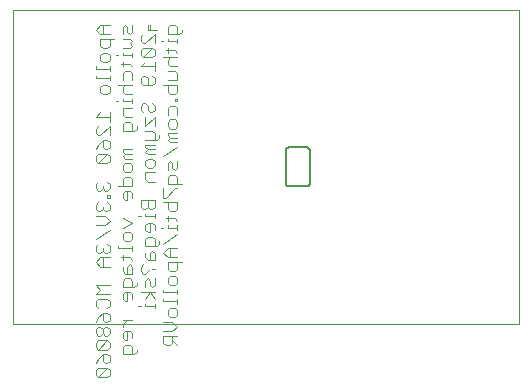
<source format=gbo>
G75*
%MOIN*%
%OFA0B0*%
%FSLAX25Y25*%
%IPPOS*%
%LPD*%
%AMOC8*
5,1,8,0,0,1.08239X$1,22.5*
%
%ADD10C,0.00000*%
%ADD11C,0.00400*%
%ADD12C,0.00600*%
D10*
X0001500Y0021602D02*
X0001500Y0126562D01*
X0170201Y0126562D01*
X0170201Y0021602D01*
X0001500Y0021602D01*
D11*
X0029196Y0022417D02*
X0029963Y0023952D01*
X0031498Y0025487D01*
X0031498Y0023185D01*
X0032265Y0022417D01*
X0033033Y0022417D01*
X0033800Y0023185D01*
X0033800Y0024719D01*
X0033033Y0025487D01*
X0031498Y0025487D01*
X0029963Y0027021D02*
X0029196Y0027789D01*
X0029196Y0029323D01*
X0029963Y0030090D01*
X0033033Y0030090D01*
X0033800Y0029323D01*
X0033800Y0027789D01*
X0033033Y0027021D01*
X0033800Y0031625D02*
X0029196Y0031625D01*
X0030731Y0033160D01*
X0029196Y0034694D01*
X0033800Y0034694D01*
X0038231Y0033927D02*
X0038231Y0036229D01*
X0038998Y0036996D01*
X0040533Y0036996D01*
X0041300Y0036229D01*
X0041300Y0033927D01*
X0042067Y0033927D02*
X0042835Y0034694D01*
X0042835Y0035462D01*
X0042067Y0033927D02*
X0038231Y0033927D01*
X0038998Y0032392D02*
X0038231Y0031625D01*
X0038231Y0030090D01*
X0038998Y0029323D01*
X0039765Y0029323D01*
X0039765Y0032392D01*
X0038998Y0032392D02*
X0040533Y0032392D01*
X0041300Y0031625D01*
X0041300Y0030090D01*
X0043429Y0027789D02*
X0044196Y0027789D01*
X0045731Y0027789D02*
X0045731Y0028556D01*
X0045731Y0027789D02*
X0048800Y0027789D01*
X0048800Y0028556D02*
X0048800Y0027021D01*
X0051696Y0029323D02*
X0056300Y0029323D01*
X0056300Y0030090D02*
X0056300Y0028556D01*
X0055533Y0027021D02*
X0053998Y0027021D01*
X0053231Y0026254D01*
X0053231Y0024719D01*
X0053998Y0023952D01*
X0055533Y0023952D01*
X0056300Y0024719D01*
X0056300Y0026254D01*
X0055533Y0027021D01*
X0051696Y0029323D02*
X0051696Y0030090D01*
X0048800Y0030090D02*
X0047265Y0032392D01*
X0045731Y0030090D01*
X0044196Y0032392D02*
X0048800Y0032392D01*
X0048033Y0033927D02*
X0047265Y0034694D01*
X0047265Y0036229D01*
X0046498Y0036996D01*
X0045731Y0036229D01*
X0045731Y0033927D01*
X0048033Y0033927D02*
X0048800Y0034694D01*
X0048800Y0036996D01*
X0045731Y0038531D02*
X0047265Y0040066D01*
X0048033Y0040066D02*
X0048800Y0040066D01*
X0048800Y0043135D02*
X0046498Y0043135D01*
X0045731Y0043902D01*
X0045731Y0045437D01*
X0047265Y0045437D02*
X0048033Y0046204D01*
X0048800Y0045437D01*
X0048800Y0043135D01*
X0047265Y0043135D02*
X0047265Y0045437D01*
X0045731Y0047739D02*
X0045731Y0050041D01*
X0046498Y0050808D01*
X0048033Y0050808D01*
X0048800Y0050041D01*
X0048800Y0047739D01*
X0049567Y0047739D02*
X0045731Y0047739D01*
X0049567Y0047739D02*
X0050335Y0048506D01*
X0050335Y0049273D01*
X0051696Y0048506D02*
X0056300Y0051575D01*
X0056300Y0053110D02*
X0056300Y0054645D01*
X0056300Y0053877D02*
X0053231Y0053877D01*
X0053231Y0054645D01*
X0053231Y0056179D02*
X0053231Y0057714D01*
X0052463Y0056947D02*
X0055533Y0056947D01*
X0056300Y0056179D01*
X0055533Y0059249D02*
X0053998Y0059249D01*
X0053231Y0060016D01*
X0053231Y0062318D01*
X0051696Y0062318D02*
X0056300Y0062318D01*
X0056300Y0060016D01*
X0055533Y0059249D01*
X0052463Y0063853D02*
X0051696Y0063853D01*
X0051696Y0066922D01*
X0053231Y0068457D02*
X0053231Y0070758D01*
X0053998Y0071526D01*
X0055533Y0071526D01*
X0056300Y0070758D01*
X0056300Y0068457D01*
X0057835Y0068457D02*
X0053231Y0068457D01*
X0055533Y0066922D02*
X0056300Y0066922D01*
X0055533Y0066922D02*
X0052463Y0063853D01*
X0048800Y0063085D02*
X0048800Y0060783D01*
X0048033Y0060016D01*
X0047265Y0060016D01*
X0046498Y0060783D01*
X0046498Y0063085D01*
X0044196Y0063085D02*
X0044196Y0060783D01*
X0044963Y0060016D01*
X0045731Y0060016D01*
X0046498Y0060783D01*
X0045731Y0058481D02*
X0045731Y0057714D01*
X0048800Y0057714D01*
X0048800Y0058481D02*
X0048800Y0056947D01*
X0048033Y0055412D02*
X0046498Y0055412D01*
X0045731Y0054645D01*
X0045731Y0053110D01*
X0046498Y0052343D01*
X0047265Y0052343D01*
X0047265Y0055412D01*
X0048033Y0055412D02*
X0048800Y0054645D01*
X0048800Y0053110D01*
X0050929Y0053877D02*
X0051696Y0053877D01*
X0044196Y0057714D02*
X0043429Y0057714D01*
X0041300Y0055412D02*
X0038231Y0053877D01*
X0038231Y0056947D02*
X0041300Y0055412D01*
X0040533Y0052343D02*
X0038998Y0052343D01*
X0038231Y0051575D01*
X0038231Y0050041D01*
X0038998Y0049273D01*
X0040533Y0049273D01*
X0041300Y0050041D01*
X0041300Y0051575D01*
X0040533Y0052343D01*
X0041300Y0047739D02*
X0041300Y0046204D01*
X0041300Y0046972D02*
X0036696Y0046972D01*
X0036696Y0047739D01*
X0033800Y0047739D02*
X0033800Y0046204D01*
X0033033Y0045437D01*
X0032265Y0045437D01*
X0031498Y0046204D01*
X0031498Y0046972D01*
X0031498Y0046204D02*
X0030731Y0045437D01*
X0029963Y0045437D01*
X0029196Y0046204D01*
X0029196Y0047739D01*
X0029963Y0048506D01*
X0029196Y0050041D02*
X0033800Y0053110D01*
X0032265Y0054645D02*
X0029196Y0054645D01*
X0032265Y0054645D02*
X0033800Y0056179D01*
X0032265Y0057714D01*
X0029196Y0057714D01*
X0029963Y0059249D02*
X0029196Y0060016D01*
X0029196Y0061551D01*
X0029963Y0062318D01*
X0031498Y0060783D02*
X0031498Y0060016D01*
X0032265Y0059249D01*
X0033033Y0059249D01*
X0033800Y0060016D01*
X0033800Y0061551D01*
X0033033Y0062318D01*
X0033033Y0063853D02*
X0033800Y0063853D01*
X0033800Y0064620D01*
X0033033Y0064620D01*
X0033033Y0063853D01*
X0033033Y0066155D02*
X0032265Y0066155D01*
X0031498Y0066922D01*
X0031498Y0067689D01*
X0031498Y0066922D02*
X0030731Y0066155D01*
X0029963Y0066155D01*
X0029196Y0066922D01*
X0029196Y0068457D01*
X0029963Y0069224D01*
X0033033Y0069224D02*
X0033800Y0068457D01*
X0033800Y0066922D01*
X0033033Y0066155D01*
X0036696Y0067689D02*
X0041300Y0067689D01*
X0041300Y0069991D01*
X0040533Y0070758D01*
X0038998Y0070758D01*
X0038231Y0069991D01*
X0038231Y0067689D01*
X0038998Y0066155D02*
X0038231Y0065387D01*
X0038231Y0063853D01*
X0038998Y0063085D01*
X0039765Y0063085D01*
X0039765Y0066155D01*
X0038998Y0066155D02*
X0040533Y0066155D01*
X0041300Y0065387D01*
X0041300Y0063853D01*
X0044196Y0063085D02*
X0048800Y0063085D01*
X0048800Y0069224D02*
X0046498Y0069224D01*
X0045731Y0069991D01*
X0045731Y0072293D01*
X0048800Y0072293D01*
X0048033Y0073828D02*
X0046498Y0073828D01*
X0045731Y0074595D01*
X0045731Y0076130D01*
X0046498Y0076897D01*
X0048033Y0076897D01*
X0048800Y0076130D01*
X0048800Y0074595D01*
X0048033Y0073828D01*
X0053231Y0073060D02*
X0053231Y0075362D01*
X0053998Y0076130D01*
X0054765Y0075362D01*
X0054765Y0073828D01*
X0055533Y0073060D01*
X0056300Y0073828D01*
X0056300Y0076130D01*
X0056300Y0080734D02*
X0051696Y0077664D01*
X0048800Y0078432D02*
X0046498Y0078432D01*
X0045731Y0079199D01*
X0046498Y0079966D01*
X0048800Y0079966D01*
X0048800Y0081501D02*
X0045731Y0081501D01*
X0045731Y0080734D01*
X0046498Y0079966D01*
X0045731Y0083036D02*
X0049567Y0083036D01*
X0050335Y0083803D01*
X0050335Y0084570D01*
X0048800Y0085338D02*
X0048800Y0083036D01*
X0048800Y0085338D02*
X0048033Y0086105D01*
X0045731Y0086105D01*
X0045731Y0087640D02*
X0048800Y0090709D01*
X0048800Y0087640D01*
X0045731Y0087640D02*
X0045731Y0090709D01*
X0044963Y0092243D02*
X0044196Y0093011D01*
X0044196Y0094545D01*
X0044963Y0095313D01*
X0045731Y0095313D01*
X0046498Y0094545D01*
X0046498Y0093011D01*
X0047265Y0092243D01*
X0048033Y0092243D01*
X0048800Y0093011D01*
X0048800Y0094545D01*
X0048033Y0095313D01*
X0053231Y0093778D02*
X0053231Y0091476D01*
X0053998Y0089941D02*
X0055533Y0089941D01*
X0056300Y0089174D01*
X0056300Y0087640D01*
X0055533Y0086872D01*
X0053998Y0086872D01*
X0053231Y0087640D01*
X0053231Y0089174D01*
X0053998Y0089941D01*
X0056300Y0091476D02*
X0056300Y0093778D01*
X0055533Y0094545D01*
X0053998Y0094545D01*
X0053231Y0093778D01*
X0055533Y0096080D02*
X0056300Y0096080D01*
X0056300Y0096847D01*
X0055533Y0096847D01*
X0055533Y0096080D01*
X0055533Y0098382D02*
X0053998Y0098382D01*
X0053231Y0099149D01*
X0053231Y0101451D01*
X0051696Y0101451D02*
X0056300Y0101451D01*
X0056300Y0099149D01*
X0055533Y0098382D01*
X0056300Y0102986D02*
X0053231Y0102986D01*
X0056300Y0102986D02*
X0056300Y0105288D01*
X0055533Y0106055D01*
X0053231Y0106055D01*
X0053998Y0107590D02*
X0056300Y0107590D01*
X0053998Y0107590D02*
X0053231Y0108357D01*
X0053231Y0109892D01*
X0053998Y0110659D01*
X0053231Y0112194D02*
X0053231Y0113728D01*
X0052463Y0112961D02*
X0055533Y0112961D01*
X0056300Y0112194D01*
X0056300Y0110659D02*
X0051696Y0110659D01*
X0048800Y0111426D02*
X0048800Y0112961D01*
X0048033Y0113728D01*
X0044963Y0110659D01*
X0048033Y0110659D01*
X0048800Y0111426D01*
X0048800Y0109125D02*
X0048800Y0106055D01*
X0048800Y0107590D02*
X0044196Y0107590D01*
X0045731Y0109125D01*
X0044963Y0110659D02*
X0044196Y0111426D01*
X0044196Y0112961D01*
X0044963Y0113728D01*
X0048033Y0113728D01*
X0048800Y0115263D02*
X0048800Y0118332D01*
X0045731Y0115263D01*
X0044963Y0115263D01*
X0044196Y0116030D01*
X0044196Y0117565D01*
X0044963Y0118332D01*
X0046498Y0119867D02*
X0049567Y0119867D01*
X0047265Y0119867D02*
X0047265Y0121402D01*
X0046498Y0121402D02*
X0046498Y0119867D01*
X0041300Y0119100D02*
X0040533Y0118332D01*
X0039765Y0119100D01*
X0039765Y0120634D01*
X0038998Y0121402D01*
X0038231Y0120634D01*
X0038231Y0118332D01*
X0038231Y0116798D02*
X0040533Y0116798D01*
X0041300Y0116030D01*
X0040533Y0115263D01*
X0041300Y0114496D01*
X0040533Y0113728D01*
X0038231Y0113728D01*
X0038231Y0112194D02*
X0038231Y0111426D01*
X0041300Y0111426D01*
X0041300Y0110659D02*
X0041300Y0112194D01*
X0038231Y0109125D02*
X0038231Y0107590D01*
X0037463Y0108357D02*
X0040533Y0108357D01*
X0041300Y0107590D01*
X0040533Y0106055D02*
X0038998Y0106055D01*
X0038231Y0105288D01*
X0038231Y0102986D01*
X0038998Y0101451D02*
X0038231Y0100684D01*
X0038231Y0099149D01*
X0038998Y0098382D01*
X0041300Y0098382D01*
X0041300Y0096847D02*
X0041300Y0095313D01*
X0041300Y0096080D02*
X0038231Y0096080D01*
X0038231Y0096847D01*
X0036696Y0096080D02*
X0035929Y0096080D01*
X0033033Y0098382D02*
X0031498Y0098382D01*
X0030731Y0099149D01*
X0030731Y0100684D01*
X0031498Y0101451D01*
X0033033Y0101451D01*
X0033800Y0100684D01*
X0033800Y0099149D01*
X0033033Y0098382D01*
X0036696Y0101451D02*
X0041300Y0101451D01*
X0041300Y0102986D02*
X0041300Y0105288D01*
X0040533Y0106055D01*
X0044196Y0103753D02*
X0044963Y0104521D01*
X0045731Y0104521D01*
X0046498Y0103753D01*
X0046498Y0101451D01*
X0044963Y0101451D02*
X0044196Y0102219D01*
X0044196Y0103753D01*
X0044963Y0101451D02*
X0048033Y0101451D01*
X0048800Y0102219D01*
X0048800Y0103753D01*
X0048033Y0104521D01*
X0036696Y0111426D02*
X0035929Y0111426D01*
X0033800Y0111426D02*
X0033800Y0109892D01*
X0033033Y0109125D01*
X0031498Y0109125D01*
X0030731Y0109892D01*
X0030731Y0111426D01*
X0031498Y0112194D01*
X0033033Y0112194D01*
X0033800Y0111426D01*
X0033033Y0113728D02*
X0031498Y0113728D01*
X0030731Y0114496D01*
X0030731Y0116798D01*
X0035335Y0116798D01*
X0033800Y0116798D02*
X0033800Y0114496D01*
X0033033Y0113728D01*
X0033800Y0118332D02*
X0030731Y0118332D01*
X0029196Y0119867D01*
X0030731Y0121402D01*
X0033800Y0121402D01*
X0031498Y0121402D02*
X0031498Y0118332D01*
X0041300Y0119100D02*
X0041300Y0121402D01*
X0050929Y0116030D02*
X0051696Y0116030D01*
X0053231Y0116030D02*
X0053231Y0116798D01*
X0053231Y0116030D02*
X0056300Y0116030D01*
X0056300Y0115263D02*
X0056300Y0116798D01*
X0056300Y0118332D02*
X0056300Y0120634D01*
X0055533Y0121402D01*
X0053998Y0121402D01*
X0053231Y0120634D01*
X0053231Y0118332D01*
X0057067Y0118332D01*
X0057835Y0119100D01*
X0057835Y0119867D01*
X0033800Y0107590D02*
X0033800Y0106055D01*
X0033800Y0106823D02*
X0029196Y0106823D01*
X0029196Y0107590D01*
X0029196Y0104521D02*
X0029196Y0103753D01*
X0033800Y0103753D01*
X0033800Y0102986D02*
X0033800Y0104521D01*
X0038231Y0093778D02*
X0038231Y0091476D01*
X0038998Y0090709D01*
X0041300Y0090709D01*
X0040533Y0089174D02*
X0038998Y0089174D01*
X0038231Y0088407D01*
X0038231Y0086105D01*
X0042067Y0086105D01*
X0042835Y0086872D01*
X0042835Y0087640D01*
X0041300Y0088407D02*
X0041300Y0086105D01*
X0041300Y0088407D02*
X0040533Y0089174D01*
X0041300Y0093778D02*
X0038231Y0093778D01*
X0033800Y0092243D02*
X0033800Y0089174D01*
X0033800Y0087640D02*
X0030731Y0084570D01*
X0029963Y0084570D01*
X0029196Y0085338D01*
X0029196Y0086872D01*
X0029963Y0087640D01*
X0029196Y0090709D02*
X0033800Y0090709D01*
X0033800Y0087640D02*
X0033800Y0084570D01*
X0033033Y0083036D02*
X0031498Y0083036D01*
X0031498Y0080734D01*
X0032265Y0079966D01*
X0033033Y0079966D01*
X0033800Y0080734D01*
X0033800Y0082268D01*
X0033033Y0083036D01*
X0031498Y0083036D02*
X0029963Y0081501D01*
X0029196Y0079966D01*
X0029963Y0078432D02*
X0029196Y0077664D01*
X0029196Y0076130D01*
X0029963Y0075362D01*
X0033033Y0078432D01*
X0033800Y0077664D01*
X0033800Y0076130D01*
X0033033Y0075362D01*
X0029963Y0075362D01*
X0029963Y0078432D02*
X0033033Y0078432D01*
X0038231Y0079199D02*
X0038998Y0078432D01*
X0038231Y0077664D01*
X0038998Y0076897D01*
X0041300Y0076897D01*
X0041300Y0078432D02*
X0038998Y0078432D01*
X0038231Y0079199D02*
X0038231Y0079966D01*
X0041300Y0079966D01*
X0040533Y0075362D02*
X0038998Y0075362D01*
X0038231Y0074595D01*
X0038231Y0073060D01*
X0038998Y0072293D01*
X0040533Y0072293D01*
X0041300Y0073060D01*
X0041300Y0074595D01*
X0040533Y0075362D01*
X0053231Y0083036D02*
X0053998Y0082268D01*
X0056300Y0082268D01*
X0056300Y0083803D02*
X0053998Y0083803D01*
X0053231Y0083036D01*
X0053998Y0083803D02*
X0053231Y0084570D01*
X0053231Y0085338D01*
X0056300Y0085338D01*
X0030731Y0092243D02*
X0029196Y0090709D01*
X0031498Y0060016D02*
X0030731Y0059249D01*
X0029963Y0059249D01*
X0033033Y0048506D02*
X0033800Y0047739D01*
X0033800Y0043902D02*
X0030731Y0043902D01*
X0029196Y0042368D01*
X0030731Y0040833D01*
X0033800Y0040833D01*
X0031498Y0040833D02*
X0031498Y0043902D01*
X0037463Y0043902D02*
X0040533Y0043902D01*
X0041300Y0043135D01*
X0040533Y0041600D02*
X0039765Y0040833D01*
X0039765Y0038531D01*
X0038998Y0038531D02*
X0041300Y0038531D01*
X0041300Y0040833D01*
X0040533Y0041600D01*
X0038231Y0040833D02*
X0038231Y0039298D01*
X0038998Y0038531D01*
X0038231Y0043135D02*
X0038231Y0044670D01*
X0044196Y0040833D02*
X0044196Y0039298D01*
X0044963Y0038531D01*
X0045731Y0038531D01*
X0044196Y0040833D02*
X0044963Y0041600D01*
X0051696Y0045437D02*
X0053231Y0043902D01*
X0056300Y0043902D01*
X0056300Y0042368D02*
X0056300Y0040066D01*
X0055533Y0039298D01*
X0053998Y0039298D01*
X0053231Y0040066D01*
X0053231Y0042368D01*
X0057835Y0042368D01*
X0053998Y0043902D02*
X0053998Y0046972D01*
X0053231Y0046972D02*
X0051696Y0045437D01*
X0053231Y0046972D02*
X0056300Y0046972D01*
X0055533Y0037764D02*
X0053998Y0037764D01*
X0053231Y0036996D01*
X0053231Y0035462D01*
X0053998Y0034694D01*
X0055533Y0034694D01*
X0056300Y0035462D01*
X0056300Y0036996D01*
X0055533Y0037764D01*
X0056300Y0033160D02*
X0056300Y0031625D01*
X0056300Y0032392D02*
X0051696Y0032392D01*
X0051696Y0033160D01*
X0041300Y0023185D02*
X0038231Y0023185D01*
X0039765Y0023185D02*
X0038231Y0021650D01*
X0038231Y0020883D01*
X0038998Y0019348D02*
X0038231Y0018581D01*
X0038231Y0017046D01*
X0038998Y0016279D01*
X0039765Y0016279D01*
X0039765Y0019348D01*
X0038998Y0019348D02*
X0040533Y0019348D01*
X0041300Y0018581D01*
X0041300Y0017046D01*
X0040533Y0014744D02*
X0038998Y0014744D01*
X0038231Y0013977D01*
X0038231Y0011675D01*
X0042067Y0011675D01*
X0042835Y0012442D01*
X0042835Y0013209D01*
X0041300Y0013977D02*
X0041300Y0011675D01*
X0041300Y0013977D02*
X0040533Y0014744D01*
X0033800Y0013977D02*
X0033800Y0015511D01*
X0033033Y0016279D01*
X0029963Y0013209D01*
X0033033Y0013209D01*
X0033800Y0013977D01*
X0033033Y0011675D02*
X0031498Y0011675D01*
X0031498Y0009373D01*
X0032265Y0008605D01*
X0033033Y0008605D01*
X0033800Y0009373D01*
X0033800Y0010907D01*
X0033033Y0011675D01*
X0031498Y0011675D02*
X0029963Y0010140D01*
X0029196Y0008605D01*
X0029963Y0007071D02*
X0029196Y0006304D01*
X0029196Y0004769D01*
X0029963Y0004002D01*
X0033033Y0007071D01*
X0033800Y0006304D01*
X0033800Y0004769D01*
X0033033Y0004002D01*
X0029963Y0004002D01*
X0029963Y0007071D02*
X0033033Y0007071D01*
X0029963Y0013209D02*
X0029196Y0013977D01*
X0029196Y0015511D01*
X0029963Y0016279D01*
X0033033Y0016279D01*
X0033033Y0017813D02*
X0032265Y0017813D01*
X0031498Y0018581D01*
X0031498Y0020115D01*
X0030731Y0020883D01*
X0029963Y0020883D01*
X0029196Y0020115D01*
X0029196Y0018581D01*
X0029963Y0017813D01*
X0030731Y0017813D01*
X0031498Y0018581D01*
X0031498Y0020115D02*
X0032265Y0020883D01*
X0033033Y0020883D01*
X0033800Y0020115D01*
X0033800Y0018581D01*
X0033033Y0017813D01*
X0051696Y0017813D02*
X0051696Y0015511D01*
X0052463Y0014744D01*
X0053998Y0014744D01*
X0054765Y0015511D01*
X0054765Y0017813D01*
X0054765Y0016279D02*
X0056300Y0014744D01*
X0056300Y0017813D02*
X0051696Y0017813D01*
X0051696Y0019348D02*
X0054765Y0019348D01*
X0056300Y0020883D01*
X0054765Y0022417D01*
X0051696Y0022417D01*
D12*
X0093500Y0067602D02*
X0099500Y0067602D01*
X0099560Y0067604D01*
X0099621Y0067609D01*
X0099680Y0067618D01*
X0099739Y0067631D01*
X0099798Y0067647D01*
X0099855Y0067667D01*
X0099910Y0067690D01*
X0099965Y0067717D01*
X0100017Y0067746D01*
X0100068Y0067779D01*
X0100117Y0067815D01*
X0100163Y0067853D01*
X0100207Y0067895D01*
X0100249Y0067939D01*
X0100287Y0067985D01*
X0100323Y0068034D01*
X0100356Y0068085D01*
X0100385Y0068137D01*
X0100412Y0068192D01*
X0100435Y0068247D01*
X0100455Y0068304D01*
X0100471Y0068363D01*
X0100484Y0068422D01*
X0100493Y0068481D01*
X0100498Y0068542D01*
X0100500Y0068602D01*
X0100500Y0079602D01*
X0100498Y0079662D01*
X0100493Y0079723D01*
X0100484Y0079782D01*
X0100471Y0079841D01*
X0100455Y0079900D01*
X0100435Y0079957D01*
X0100412Y0080012D01*
X0100385Y0080067D01*
X0100356Y0080119D01*
X0100323Y0080170D01*
X0100287Y0080219D01*
X0100249Y0080265D01*
X0100207Y0080309D01*
X0100163Y0080351D01*
X0100117Y0080389D01*
X0100068Y0080425D01*
X0100017Y0080458D01*
X0099965Y0080487D01*
X0099910Y0080514D01*
X0099855Y0080537D01*
X0099798Y0080557D01*
X0099739Y0080573D01*
X0099680Y0080586D01*
X0099621Y0080595D01*
X0099560Y0080600D01*
X0099500Y0080602D01*
X0093500Y0080602D01*
X0093440Y0080600D01*
X0093379Y0080595D01*
X0093320Y0080586D01*
X0093261Y0080573D01*
X0093202Y0080557D01*
X0093145Y0080537D01*
X0093090Y0080514D01*
X0093035Y0080487D01*
X0092983Y0080458D01*
X0092932Y0080425D01*
X0092883Y0080389D01*
X0092837Y0080351D01*
X0092793Y0080309D01*
X0092751Y0080265D01*
X0092713Y0080219D01*
X0092677Y0080170D01*
X0092644Y0080119D01*
X0092615Y0080067D01*
X0092588Y0080012D01*
X0092565Y0079957D01*
X0092545Y0079900D01*
X0092529Y0079841D01*
X0092516Y0079782D01*
X0092507Y0079723D01*
X0092502Y0079662D01*
X0092500Y0079602D01*
X0092500Y0068602D01*
X0092502Y0068542D01*
X0092507Y0068481D01*
X0092516Y0068422D01*
X0092529Y0068363D01*
X0092545Y0068304D01*
X0092565Y0068247D01*
X0092588Y0068192D01*
X0092615Y0068137D01*
X0092644Y0068085D01*
X0092677Y0068034D01*
X0092713Y0067985D01*
X0092751Y0067939D01*
X0092793Y0067895D01*
X0092837Y0067853D01*
X0092883Y0067815D01*
X0092932Y0067779D01*
X0092983Y0067746D01*
X0093035Y0067717D01*
X0093090Y0067690D01*
X0093145Y0067667D01*
X0093202Y0067647D01*
X0093261Y0067631D01*
X0093320Y0067618D01*
X0093379Y0067609D01*
X0093440Y0067604D01*
X0093500Y0067602D01*
M02*

</source>
